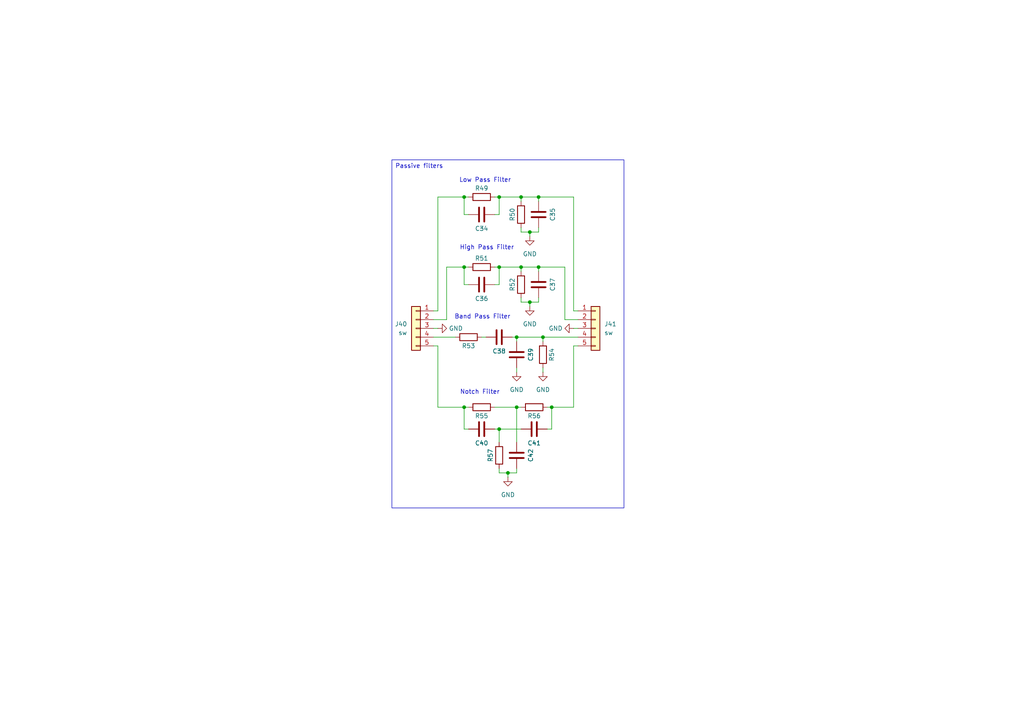
<source format=kicad_sch>
(kicad_sch (version 20250114) (generator "eeschema") (generator_version "9.0")
  (paper "A4")
  (title_block (date "2026-01-13") (rev "0.0.2") (company "KN NaMi"))
  (lib_symbols
    (symbol "Connector_Generic:Conn_01x05" (pin_names (offset 1.016) (hide yes))
      (property "Reference" "J" (at 0 7.62 0))
      (property "Value" "Conn_01x05" (at 0 -7.62 0))
      (symbol "Conn_01x05_1_1"
        (rectangle (start -1.27 6.35) (end 1.27 -6.35) (stroke (width 0.254)) (fill (type background)))
        (rectangle (start -1.27 5.207) (end 0 4.953) (stroke (width 0.1524)))
        (rectangle (start -1.27 2.667) (end 0 2.413) (stroke (width 0.1524)))
        (rectangle (start -1.27 0.127) (end 0 -0.127) (stroke (width 0.1524)))
        (rectangle (start -1.27 -2.413) (end 0 -2.667) (stroke (width 0.1524)))
        (rectangle (start -1.27 -4.953) (end 0 -5.207) (stroke (width 0.1524)))
        (pin passive line (at -5.08 5.08 0) (length 3.81) (name "Pin_1") (number "1"))
        (pin passive line (at -5.08 2.54 0) (length 3.81) (name "Pin_2") (number "2"))
        (pin passive line (at -5.08 0 0) (length 3.81) (name "Pin_3") (number "3"))
        (pin passive line (at -5.08 -2.54 0) (length 3.81) (name "Pin_4") (number "4"))
        (pin passive line (at -5.08 -5.08 0) (length 3.81) (name "Pin_5") (number "5"))
      )
    )
    (symbol "Device:C" (pin_numbers (hide yes)) (pin_names (offset 0.254))
      (property "Reference" "C" (at 0.635 2.54 0))
      (property "Value" "C" (at 0.635 -2.54 0))
      (symbol "C_0_1"
        (polyline (pts (xy -2.032 0.762) (xy 2.032 0.762)) (stroke (width 0.508)))
        (polyline (pts (xy -2.032 -0.762) (xy 2.032 -0.762)) (stroke (width 0.508)))
      )
      (symbol "C_1_1"
        (pin passive line (at 0 3.81 270) (length 2.794) (name "~") (number "1"))
        (pin passive line (at 0 -3.81 90) (length 2.794) (name "~") (number "2"))
      )
    )
    (symbol "Device:R" (pin_numbers (hide yes)) (pin_names (offset 0))
      (property "Reference" "R" (at 2.032 0 90))
      (property "Value" "R" (at 0 0 90))
      (symbol "R_0_1"
        (rectangle (start -1.016 -2.54) (end 1.016 2.54) (stroke (width 0.254)))
      )
      (symbol "R_1_1"
        (pin passive line (at 0 3.81 270) (length 1.27) (name "~") (number "1"))
        (pin passive line (at 0 -3.81 90) (length 1.27) (name "~") (number "2"))
      )
    )
    (symbol "power:GND" (power) (pin_numbers (hide yes)) (pin_names (offset 0) (hide yes))
      (property "Value" "GND" (at 0 -3.81 0))
      (symbol "GND_0_1"
        (polyline (pts (xy 0 0) (xy 0 -1.27) (xy 1.27 -1.27) (xy 0 -2.54) (xy -1.27 -1.27) (xy 0 -1.27)))
      )
      (symbol "GND_1_1"
        (pin power_in line (at 0 0 270) (length 0) (name "~") (number "1"))
      )
    )
  )
  (text "Band Pass Filter" (at 139.954 91.948 0) (effects (font (size 1.27 1.27))))
  (text "Notch Filter" (at 139.192 113.792 0) (effects (font (size 1.27 1.27))))
  (text "High Pass Filter" (at 141.224 71.882 0) (effects (font (size 1.27 1.27))))
  (text "Low Pass Filter" (at 140.716 52.324 0) (effects (font (size 1.27 1.27))))
  (text_box "Passive filters" (at 113.665 46.355 0) (size 67.31 100.965) (margins 0.9525 0.9525 0.9525 0.9525) (effects (font (size 1.27 1.27)) (justify left top)))
  (junction (at 151.13 77.47))
  (junction (at 144.78 77.47))
  (junction (at 149.86 97.79))
  (junction (at 134.62 77.47))
  (junction (at 153.67 67.31))
  (junction (at 149.86 118.11))
  (junction (at 144.78 57.15))
  (junction (at 157.48 97.79))
  (junction (at 156.21 77.47))
  (junction (at 151.13 57.15))
  (junction (at 160.02 118.11))
  (junction (at 144.78 124.46))
  (junction (at 134.62 57.15))
  (junction (at 134.62 118.11))
  (junction (at 147.32 137.16))
  (junction (at 156.21 57.15))
  (junction (at 153.67 87.63))
  (wire (pts (xy 134.62 118.11) (xy 134.62 124.46)))
  (wire (pts (xy 144.78 137.16) (xy 147.32 137.16)))
  (wire (pts (xy 149.86 97.79) (xy 149.86 99.06)))
  (wire (pts (xy 153.67 87.63) (xy 156.21 87.63)))
  (wire (pts (xy 144.78 77.47) (xy 144.78 82.55)))
  (wire (pts (xy 151.13 87.63) (xy 153.67 87.63)))
  (wire (pts (xy 149.86 107.95) (xy 149.86 106.68)))
  (wire (pts (xy 148.59 97.79) (xy 149.86 97.79)))
  (wire (pts (xy 144.78 124.46) (xy 151.13 124.46)))
  (wire (pts (xy 125.73 100.33) (xy 127 100.33)))
  (wire (pts (xy 151.13 57.15) (xy 151.13 58.42)))
  (wire (pts (xy 134.62 62.23) (xy 135.89 62.23)))
  (wire (pts (xy 147.32 137.16) (xy 149.86 137.16)))
  (wire (pts (xy 166.37 57.15) (xy 156.21 57.15)))
  (wire (pts (xy 167.64 92.71) (xy 163.83 92.71)))
  (wire (pts (xy 127 90.17) (xy 127 57.15)))
  (wire (pts (xy 143.51 57.15) (xy 144.78 57.15)))
  (wire (pts (xy 160.02 124.46) (xy 160.02 118.11)))
  (wire (pts (xy 153.67 67.31) (xy 153.67 68.58)))
  (wire (pts (xy 151.13 86.36) (xy 151.13 87.63)))
  (wire (pts (xy 134.62 124.46) (xy 135.89 124.46)))
  (wire (pts (xy 143.51 82.55) (xy 144.78 82.55)))
  (wire (pts (xy 127 57.15) (xy 134.62 57.15)))
  (wire (pts (xy 156.21 86.36) (xy 156.21 87.63)))
  (wire (pts (xy 143.51 62.23) (xy 144.78 62.23)))
  (wire (pts (xy 157.48 97.79) (xy 167.64 97.79)))
  (wire (pts (xy 149.86 97.79) (xy 157.48 97.79)))
  (wire (pts (xy 153.67 87.63) (xy 153.67 88.9)))
  (wire (pts (xy 149.86 137.16) (xy 149.86 135.89)))
  (wire (pts (xy 143.51 124.46) (xy 144.78 124.46)))
  (wire (pts (xy 125.73 97.79) (xy 132.08 97.79)))
  (wire (pts (xy 139.7 97.79) (xy 140.97 97.79)))
  (wire (pts (xy 134.62 82.55) (xy 135.89 82.55)))
  (wire (pts (xy 144.78 57.15) (xy 144.78 62.23)))
  (wire (pts (xy 134.62 77.47) (xy 134.62 82.55)))
  (wire (pts (xy 127 118.11) (xy 134.62 118.11)))
  (wire (pts (xy 166.37 118.11) (xy 160.02 118.11)))
  (wire (pts (xy 135.89 118.11) (xy 134.62 118.11)))
  (wire (pts (xy 125.73 92.71) (xy 129.54 92.71)))
  (wire (pts (xy 153.67 67.31) (xy 156.21 67.31)))
  (wire (pts (xy 157.48 97.79) (xy 157.48 99.06)))
  (wire (pts (xy 144.78 77.47) (xy 151.13 77.47)))
  (wire (pts (xy 156.21 77.47) (xy 156.21 78.74)))
  (wire (pts (xy 151.13 77.47) (xy 151.13 78.74)))
  (wire (pts (xy 135.89 57.15) (xy 134.62 57.15)))
  (wire (pts (xy 143.51 77.47) (xy 144.78 77.47)))
  (wire (pts (xy 144.78 57.15) (xy 151.13 57.15)))
  (wire (pts (xy 160.02 118.11) (xy 158.75 118.11)))
  (wire (pts (xy 156.21 66.04) (xy 156.21 67.31)))
  (wire (pts (xy 147.32 137.16) (xy 147.32 138.43)))
  (wire (pts (xy 149.86 118.11) (xy 143.51 118.11)))
  (wire (pts (xy 157.48 106.68) (xy 157.48 107.95)))
  (wire (pts (xy 158.75 124.46) (xy 160.02 124.46)))
  (wire (pts (xy 151.13 57.15) (xy 156.21 57.15)))
  (wire (pts (xy 149.86 118.11) (xy 149.86 128.27)))
  (wire (pts (xy 144.78 124.46) (xy 144.78 128.27)))
  (wire (pts (xy 151.13 67.31) (xy 153.67 67.31)))
  (wire (pts (xy 125.73 95.25) (xy 127 95.25)))
  (wire (pts (xy 151.13 77.47) (xy 156.21 77.47)))
  (wire (pts (xy 166.37 95.25) (xy 167.64 95.25)))
  (wire (pts (xy 125.73 90.17) (xy 127 90.17)))
  (wire (pts (xy 151.13 118.11) (xy 149.86 118.11)))
  (wire (pts (xy 156.21 57.15) (xy 156.21 58.42)))
  (wire (pts (xy 166.37 100.33) (xy 166.37 118.11)))
  (wire (pts (xy 151.13 66.04) (xy 151.13 67.31)))
  (wire (pts (xy 167.64 90.17) (xy 166.37 90.17)))
  (wire (pts (xy 166.37 90.17) (xy 166.37 57.15)))
  (wire (pts (xy 135.89 77.47) (xy 134.62 77.47)))
  (wire (pts (xy 134.62 57.15) (xy 134.62 62.23)))
  (wire (pts (xy 129.54 92.71) (xy 129.54 77.47)))
  (wire (pts (xy 163.83 77.47) (xy 156.21 77.47)))
  (wire (pts (xy 129.54 77.47) (xy 134.62 77.47)))
  (wire (pts (xy 163.83 92.71) (xy 163.83 77.47)))
  (wire (pts (xy 127 100.33) (xy 127 118.11)))
  (wire (pts (xy 144.78 135.89) (xy 144.78 137.16)))
  (wire (pts (xy 167.64 100.33) (xy 166.37 100.33)))
  (symbol (lib_id "power:GND") (at 147.32 138.43 0) (mirror y) (unit 1)
    (property "Reference" "#PWR0179" (effects (hide yes)))
    (property "Value" "GND" (at 147.32 143.51 0))
    (property "Description" "Power symbol creates a global label with name \"GND\" , ground" (effects (hide yes)))
  )
  (symbol (lib_id "Device:C") (at 139.7 124.46 90) (mirror x) (unit 1)
    (property "Reference" "C40" (at 139.7 128.524 90))
    (property "Value" "~" (at 139.7 128.3392 90))
    (property "Footprint" "Capacitor_SMD:C_0603_1608Metric_Pad1.08x0.95mm_HandSolder" (effects (hide yes)))
    (property "Description" "Unpolarized capacitor" (effects (hide yes)))
  )
  (symbol (lib_id "Device:R") (at 139.7 77.47 90) (unit 1)
    (property "Reference" "R51" (at 139.7 74.93 90))
    (property "Value" "10k" (effects (hide yes)))
    (property "Footprint" "Resistor_SMD:R_0603_1608Metric_Pad0.98x0.95mm_HandSolder" (effects (hide yes)))
    (property "Description" "Resistor" (effects (hide yes)))
  )
  (symbol (lib_id "power:GND") (at 127 95.25 90) (mirror x) (unit 1)
    (property "Reference" "#PWR0180" (effects (hide yes)))
    (property "Value" "GND" (at 130.175 95.25 90) (effects (justify right)))
    (property "Description" "Power symbol creates a global label with name \"GND\" , ground" (effects (hide yes)))
  )
  (symbol (lib_id "Device:R") (at 139.7 57.15 90) (unit 1)
    (property "Reference" "R49" (at 139.7 54.61 90))
    (property "Value" "10k" (effects (hide yes)))
    (property "Footprint" "Resistor_SMD:R_0603_1608Metric_Pad0.98x0.95mm_HandSolder" (effects (hide yes)))
    (property "Description" "Resistor" (effects (hide yes)))
  )
  (symbol (lib_id "power:GND") (at 157.48 107.95 0) (mirror y) (unit 1)
    (property "Reference" "#PWR0178" (effects (hide yes)))
    (property "Value" "GND" (at 157.48 113.03 0))
    (property "Description" "Power symbol creates a global label with name \"GND\" , ground" (effects (hide yes)))
  )
  (symbol (lib_id "Device:R") (at 139.7 118.11 270) (unit 1)
    (property "Reference" "R55" (at 139.7 120.65 90))
    (property "Value" "10k" (effects (hide yes)))
    (property "Footprint" "Resistor_SMD:R_0603_1608Metric_Pad0.98x0.95mm_HandSolder" (effects (hide yes)))
    (property "Description" "Resistor" (effects (hide yes)))
  )
  (symbol (lib_id "Device:C") (at 149.86 102.87 0) (mirror x) (unit 1)
    (property "Reference" "C39" (at 153.924 102.87 90))
    (property "Value" "~" (at 153.7392 102.87 90))
    (property "Footprint" "Capacitor_SMD:C_0603_1608Metric_Pad1.08x0.95mm_HandSolder" (effects (hide yes)))
    (property "Description" "Unpolarized capacitor" (effects (hide yes)))
  )
  (symbol (lib_id "Device:R") (at 144.78 132.08 180) (unit 1)
    (property "Reference" "R57" (at 142.24 132.08 90))
    (property "Value" "10k" (effects (hide yes)))
    (property "Footprint" "Resistor_SMD:R_0603_1608Metric_Pad0.98x0.95mm_HandSolder" (effects (hide yes)))
    (property "Description" "Resistor" (effects (hide yes)))
  )
  (symbol (lib_id "Device:R") (at 151.13 62.23 180) (unit 1)
    (property "Reference" "R50" (at 148.59 62.23 90))
    (property "Value" "10k" (effects (hide yes)))
    (property "Footprint" "Resistor_SMD:R_0603_1608Metric_Pad0.98x0.95mm_HandSolder" (effects (hide yes)))
    (property "Description" "Resistor" (effects (hide yes)))
  )
  (symbol (lib_id "power:GND") (at 153.67 68.58 0) (mirror y) (unit 1)
    (property "Reference" "#PWR0175" (effects (hide yes)))
    (property "Value" "GND" (at 153.67 73.66 0))
    (property "Description" "Power symbol creates a global label with name \"GND\" , ground" (effects (hide yes)))
  )
  (symbol (lib_id "power:GND") (at 153.67 88.9 0) (mirror y) (unit 1)
    (property "Reference" "#PWR0176" (effects (hide yes)))
    (property "Value" "GND" (at 153.67 93.98 0))
    (property "Description" "Power symbol creates a global label with name \"GND\" , ground" (effects (hide yes)))
  )
  (symbol (lib_id "Device:R") (at 135.89 97.79 270) (unit 1)
    (property "Reference" "R53" (at 135.89 100.33 90))
    (property "Value" "10k" (effects (hide yes)))
    (property "Footprint" "Resistor_SMD:R_0603_1608Metric_Pad0.98x0.95mm_HandSolder" (effects (hide yes)))
    (property "Description" "Resistor" (effects (hide yes)))
  )
  (symbol (lib_id "Device:R") (at 154.94 118.11 270) (unit 1)
    (property "Reference" "R56" (at 154.94 120.65 90))
    (property "Value" "10k" (effects (hide yes)))
    (property "Footprint" "Resistor_SMD:R_0603_1608Metric_Pad0.98x0.95mm_HandSolder" (effects (hide yes)))
    (property "Description" "Resistor" (effects (hide yes)))
  )
  (symbol (lib_id "Device:C") (at 154.94 124.46 90) (mirror x) (unit 1)
    (property "Reference" "C41" (at 154.94 128.524 90))
    (property "Value" "~" (at 154.94 128.3392 90))
    (property "Footprint" "Capacitor_SMD:C_0603_1608Metric_Pad1.08x0.95mm_HandSolder" (effects (hide yes)))
    (property "Description" "Unpolarized capacitor" (effects (hide yes)))
  )
  (symbol (lib_id "Device:C") (at 139.7 62.23 90) (mirror x) (unit 1)
    (property "Reference" "C34" (at 139.7 66.294 90))
    (property "Value" "~" (at 139.7 66.1092 90))
    (property "Footprint" "Capacitor_SMD:C_0603_1608Metric_Pad1.08x0.95mm_HandSolder" (effects (hide yes)))
    (property "Description" "Unpolarized capacitor" (effects (hide yes)))
  )
  (symbol (lib_id "power:GND") (at 149.86 107.95 0) (mirror y) (unit 1)
    (property "Reference" "#PWR0177" (effects (hide yes)))
    (property "Value" "GND" (at 149.86 113.03 0))
    (property "Description" "Power symbol creates a global label with name \"GND\" , ground" (effects (hide yes)))
  )
  (symbol (lib_id "Device:C") (at 156.21 62.23 0) (mirror x) (unit 1)
    (property "Reference" "C35" (at 160.274 62.23 90))
    (property "Value" "~" (at 160.0892 62.23 90))
    (property "Footprint" "Capacitor_SMD:C_0603_1608Metric_Pad1.08x0.95mm_HandSolder" (effects (hide yes)))
    (property "Description" "Unpolarized capacitor" (effects (hide yes)))
  )
  (symbol (lib_id "Connector_Generic:Conn_01x05") (at 120.65 95.25 0) (mirror y) (unit 1)
    (property "Reference" "J40" (at 118.11 93.9799 0) (effects (justify left)))
    (property "Value" "sw" (at 118.11 96.5199 0) (effects (justify left)))
    (property "Footprint" "Connector_PinHeader_2.54mm:PinHeader_1x05_P2.54mm_Vertical" (effects (hide yes)))
    (property "Description" "Generic connector, single row, 01x05, script generated (kicad-library-utils/schlib/autogen/connector/)" (effects (hide yes)))
  )
  (symbol (lib_id "Device:R") (at 157.48 102.87 0) (unit 1)
    (property "Reference" "R54" (at 160.02 102.87 90))
    (property "Value" "10k" (effects (hide yes)))
    (property "Footprint" "Resistor_SMD:R_0603_1608Metric_Pad0.98x0.95mm_HandSolder" (effects (hide yes)))
    (property "Description" "Resistor" (effects (hide yes)))
  )
  (symbol (lib_id "Connector_Generic:Conn_01x05") (at 172.72 95.25 0) (unit 1)
    (property "Reference" "J41" (at 175.26 93.9799 0) (effects (justify left)))
    (property "Value" "sw" (at 175.26 96.5199 0) (effects (justify left)))
    (property "Footprint" "Connector_PinHeader_2.54mm:PinHeader_1x05_P2.54mm_Vertical" (effects (hide yes)))
    (property "Description" "Generic connector, single row, 01x05, script generated (kicad-library-utils/schlib/autogen/connector/)" (effects (hide yes)))
  )
  (symbol (lib_id "Device:C") (at 156.21 82.55 0) (mirror x) (unit 1)
    (property "Reference" "C37" (at 160.274 82.55 90))
    (property "Value" "~" (at 160.0892 82.55 90))
    (property "Footprint" "Capacitor_SMD:C_0603_1608Metric_Pad1.08x0.95mm_HandSolder" (effects (hide yes)))
    (property "Description" "Unpolarized capacitor" (effects (hide yes)))
  )
  (symbol (lib_id "Device:C") (at 144.78 97.79 90) (mirror x) (unit 1)
    (property "Reference" "C38" (at 144.78 101.854 90))
    (property "Value" "~" (at 144.78 101.6692 90))
    (property "Footprint" "Capacitor_SMD:C_0603_1608Metric_Pad1.08x0.95mm_HandSolder" (effects (hide yes)))
    (property "Description" "Unpolarized capacitor" (effects (hide yes)))
  )
  (symbol (lib_id "Device:C") (at 139.7 82.55 90) (mirror x) (unit 1)
    (property "Reference" "C36" (at 139.7 86.614 90))
    (property "Value" "~" (at 139.7 86.4292 90))
    (property "Footprint" "Capacitor_SMD:C_0603_1608Metric_Pad1.08x0.95mm_HandSolder" (effects (hide yes)))
    (property "Description" "Unpolarized capacitor" (effects (hide yes)))
  )
  (symbol (lib_id "power:GND") (at 166.37 95.25 270) (mirror x) (unit 1)
    (property "Reference" "#PWR0181" (effects (hide yes)))
    (property "Value" "GND" (at 163.1951 95.25 90) (effects (justify right)))
    (property "Description" "Power symbol creates a global label with name \"GND\" , ground" (effects (hide yes)))
  )
  (symbol (lib_id "Device:R") (at 151.13 82.55 180) (unit 1)
    (property "Reference" "R52" (at 148.59 82.55 90))
    (property "Value" "10k" (effects (hide yes)))
    (property "Footprint" "Resistor_SMD:R_0603_1608Metric_Pad0.98x0.95mm_HandSolder" (effects (hide yes)))
    (property "Description" "Resistor" (effects (hide yes)))
  )
  (symbol (lib_id "Device:C") (at 149.86 132.08 0) (mirror x) (unit 1)
    (property "Reference" "C42" (at 153.924 132.08 90))
    (property "Value" "~" (at 153.7392 132.08 90))
    (property "Footprint" "Capacitor_SMD:C_0603_1608Metric_Pad1.08x0.95mm_HandSolder" (effects (hide yes)))
    (property "Description" "Unpolarized capacitor" (effects (hide yes)))
  )
)
</source>
